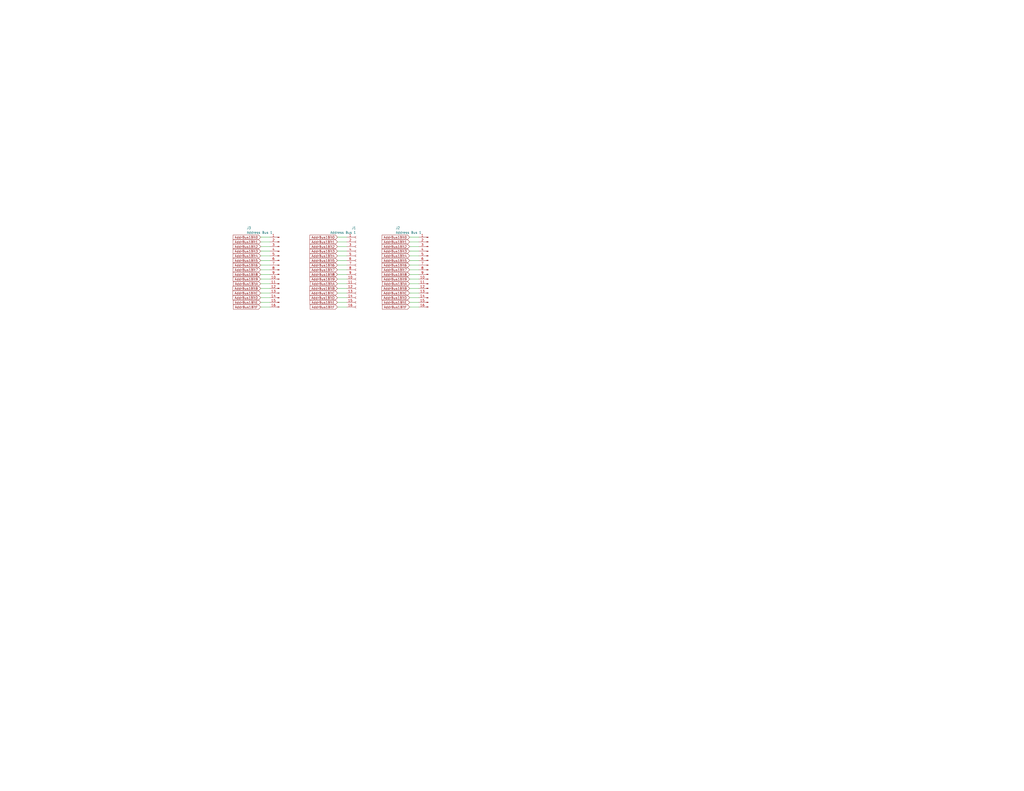
<source format=kicad_sch>
(kicad_sch (version 20230121) (generator eeschema)
  (paper "C")
  (title_block (title "<pcb-module>") (date "2022-10-29") (rev "1.0") (company "16-Bit Computer From Scratch") (comment 1 "Adam Clark (@eryjus)"))
  (lib_symbols
    (symbol "Connector:Conn_01x16_Pin" (pin_names (offset 1.016) hide)
      (property "Reference" "J" (at 0 20.32 0))
      (property "Value" "Conn_01x16_Pin" (at 0 -22.86 0))
      (symbol "Conn_01x16_Pin_1_1"
        (polyline (pts (xy 1.27 -20.32) (xy 0.8636 -20.32)) (stroke (width 0.1524)))
        (polyline (pts (xy 1.27 -17.78) (xy 0.8636 -17.78)) (stroke (width 0.1524)))
        (polyline (pts (xy 1.27 -15.24) (xy 0.8636 -15.24)) (stroke (width 0.1524)))
        (polyline (pts (xy 1.27 -12.7) (xy 0.8636 -12.7)) (stroke (width 0.1524)))
        (polyline (pts (xy 1.27 -10.16) (xy 0.8636 -10.16)) (stroke (width 0.1524)))
        (polyline (pts (xy 1.27 -7.62) (xy 0.8636 -7.62)) (stroke (width 0.1524)))
        (polyline (pts (xy 1.27 -5.08) (xy 0.8636 -5.08)) (stroke (width 0.1524)))
        (polyline (pts (xy 1.27 -2.54) (xy 0.8636 -2.54)) (stroke (width 0.1524)))
        (polyline (pts (xy 1.27 0) (xy 0.8636 0)) (stroke (width 0.1524)))
        (polyline (pts (xy 1.27 2.54) (xy 0.8636 2.54)) (stroke (width 0.1524)))
        (polyline (pts (xy 1.27 5.08) (xy 0.8636 5.08)) (stroke (width 0.1524)))
        (polyline (pts (xy 1.27 7.62) (xy 0.8636 7.62)) (stroke (width 0.1524)))
        (polyline (pts (xy 1.27 10.16) (xy 0.8636 10.16)) (stroke (width 0.1524)))
        (polyline (pts (xy 1.27 12.7) (xy 0.8636 12.7)) (stroke (width 0.1524)))
        (polyline (pts (xy 1.27 15.24) (xy 0.8636 15.24)) (stroke (width 0.1524)))
        (polyline (pts (xy 1.27 17.78) (xy 0.8636 17.78)) (stroke (width 0.1524)))
        (rectangle (start 0.8636 -20.193) (end 0 -20.447) (stroke (width 0.1524)) (fill (type outline)))
        (rectangle (start 0.8636 -17.653) (end 0 -17.907) (stroke (width 0.1524)) (fill (type outline)))
        (rectangle (start 0.8636 -15.113) (end 0 -15.367) (stroke (width 0.1524)) (fill (type outline)))
        (rectangle (start 0.8636 -12.573) (end 0 -12.827) (stroke (width 0.1524)) (fill (type outline)))
        (rectangle (start 0.8636 -10.033) (end 0 -10.287) (stroke (width 0.1524)) (fill (type outline)))
        (rectangle (start 0.8636 -7.493) (end 0 -7.747) (stroke (width 0.1524)) (fill (type outline)))
        (rectangle (start 0.8636 -4.953) (end 0 -5.207) (stroke (width 0.1524)) (fill (type outline)))
        (rectangle (start 0.8636 -2.413) (end 0 -2.667) (stroke (width 0.1524)) (fill (type outline)))
        (rectangle (start 0.8636 0.127) (end 0 -0.127) (stroke (width 0.1524)) (fill (type outline)))
        (rectangle (start 0.8636 2.667) (end 0 2.413) (stroke (width 0.1524)) (fill (type outline)))
        (rectangle (start 0.8636 5.207) (end 0 4.953) (stroke (width 0.1524)) (fill (type outline)))
        (rectangle (start 0.8636 7.747) (end 0 7.493) (stroke (width 0.1524)) (fill (type outline)))
        (rectangle (start 0.8636 10.287) (end 0 10.033) (stroke (width 0.1524)) (fill (type outline)))
        (rectangle (start 0.8636 12.827) (end 0 12.573) (stroke (width 0.1524)) (fill (type outline)))
        (rectangle (start 0.8636 15.367) (end 0 15.113) (stroke (width 0.1524)) (fill (type outline)))
        (rectangle (start 0.8636 17.907) (end 0 17.653) (stroke (width 0.1524)) (fill (type outline)))
        (pin passive line (at 5.08 17.78 180) (length 3.81) (name "Pin_1") (number "1"))
        (pin passive line (at 5.08 -5.08 180) (length 3.81) (name "Pin_10") (number "10"))
        (pin passive line (at 5.08 -7.62 180) (length 3.81) (name "Pin_11") (number "11"))
        (pin passive line (at 5.08 -10.16 180) (length 3.81) (name "Pin_12") (number "12"))
        (pin passive line (at 5.08 -12.7 180) (length 3.81) (name "Pin_13") (number "13"))
        (pin passive line (at 5.08 -15.24 180) (length 3.81) (name "Pin_14") (number "14"))
        (pin passive line (at 5.08 -17.78 180) (length 3.81) (name "Pin_15") (number "15"))
        (pin passive line (at 5.08 -20.32 180) (length 3.81) (name "Pin_16") (number "16"))
        (pin passive line (at 5.08 15.24 180) (length 3.81) (name "Pin_2") (number "2"))
        (pin passive line (at 5.08 12.7 180) (length 3.81) (name "Pin_3") (number "3"))
        (pin passive line (at 5.08 10.16 180) (length 3.81) (name "Pin_4") (number "4"))
        (pin passive line (at 5.08 7.62 180) (length 3.81) (name "Pin_5") (number "5"))
        (pin passive line (at 5.08 5.08 180) (length 3.81) (name "Pin_6") (number "6"))
        (pin passive line (at 5.08 2.54 180) (length 3.81) (name "Pin_7") (number "7"))
        (pin passive line (at 5.08 0 180) (length 3.81) (name "Pin_8") (number "8"))
        (pin passive line (at 5.08 -2.54 180) (length 3.81) (name "Pin_9") (number "9"))
      )
    )
    (symbol "Connector:Conn_01x16_Socket" (pin_names (offset 1.016) hide)
      (property "Reference" "J" (at 0 20.32 0))
      (property "Value" "Conn_01x16_Socket" (at 0 -22.86 0))
      (symbol "Conn_01x16_Socket_1_1"
        (arc (start 0 -19.812) (mid -0.5058 -20.32) (end 0 -20.828) (stroke (width 0.1524)))
        (arc (start 0 -17.272) (mid -0.5058 -17.78) (end 0 -18.288) (stroke (width 0.1524)))
        (arc (start 0 -14.732) (mid -0.5058 -15.24) (end 0 -15.748) (stroke (width 0.1524)))
        (arc (start 0 -12.192) (mid -0.5058 -12.7) (end 0 -13.208) (stroke (width 0.1524)))
        (arc (start 0 -9.652) (mid -0.5058 -10.16) (end 0 -10.668) (stroke (width 0.1524)))
        (arc (start 0 -7.112) (mid -0.5058 -7.62) (end 0 -8.128) (stroke (width 0.1524)))
        (arc (start 0 -4.572) (mid -0.5058 -5.08) (end 0 -5.588) (stroke (width 0.1524)))
        (arc (start 0 -2.032) (mid -0.5058 -2.54) (end 0 -3.048) (stroke (width 0.1524)))
        (polyline (pts (xy -1.27 -20.32) (xy -0.508 -20.32)) (stroke (width 0.1524)))
        (polyline (pts (xy -1.27 -17.78) (xy -0.508 -17.78)) (stroke (width 0.1524)))
        (polyline (pts (xy -1.27 -15.24) (xy -0.508 -15.24)) (stroke (width 0.1524)))
        (polyline (pts (xy -1.27 -12.7) (xy -0.508 -12.7)) (stroke (width 0.1524)))
        (polyline (pts (xy -1.27 -10.16) (xy -0.508 -10.16)) (stroke (width 0.1524)))
        (polyline (pts (xy -1.27 -7.62) (xy -0.508 -7.62)) (stroke (width 0.1524)))
        (polyline (pts (xy -1.27 -5.08) (xy -0.508 -5.08)) (stroke (width 0.1524)))
        (polyline (pts (xy -1.27 -2.54) (xy -0.508 -2.54)) (stroke (width 0.1524)))
        (polyline (pts (xy -1.27 0) (xy -0.508 0)) (stroke (width 0.1524)))
        (polyline (pts (xy -1.27 2.54) (xy -0.508 2.54)) (stroke (width 0.1524)))
        (polyline (pts (xy -1.27 5.08) (xy -0.508 5.08)) (stroke (width 0.1524)))
        (polyline (pts (xy -1.27 7.62) (xy -0.508 7.62)) (stroke (width 0.1524)))
        (polyline (pts (xy -1.27 10.16) (xy -0.508 10.16)) (stroke (width 0.1524)))
        (polyline (pts (xy -1.27 12.7) (xy -0.508 12.7)) (stroke (width 0.1524)))
        (polyline (pts (xy -1.27 15.24) (xy -0.508 15.24)) (stroke (width 0.1524)))
        (polyline (pts (xy -1.27 17.78) (xy -0.508 17.78)) (stroke (width 0.1524)))
        (arc (start 0 0.508) (mid -0.5058 0) (end 0 -0.508) (stroke (width 0.1524)))
        (arc (start 0 3.048) (mid -0.5058 2.54) (end 0 2.032) (stroke (width 0.1524)))
        (arc (start 0 5.588) (mid -0.5058 5.08) (end 0 4.572) (stroke (width 0.1524)))
        (arc (start 0 8.128) (mid -0.5058 7.62) (end 0 7.112) (stroke (width 0.1524)))
        (arc (start 0 10.668) (mid -0.5058 10.16) (end 0 9.652) (stroke (width 0.1524)))
        (arc (start 0 13.208) (mid -0.5058 12.7) (end 0 12.192) (stroke (width 0.1524)))
        (arc (start 0 15.748) (mid -0.5058 15.24) (end 0 14.732) (stroke (width 0.1524)))
        (arc (start 0 18.288) (mid -0.5058 17.78) (end 0 17.272) (stroke (width 0.1524)))
        (pin passive line (at -5.08 17.78 0) (length 3.81) (name "Pin_1") (number "1"))
        (pin passive line (at -5.08 -5.08 0) (length 3.81) (name "Pin_10") (number "10"))
        (pin passive line (at -5.08 -7.62 0) (length 3.81) (name "Pin_11") (number "11"))
        (pin passive line (at -5.08 -10.16 0) (length 3.81) (name "Pin_12") (number "12"))
        (pin passive line (at -5.08 -12.7 0) (length 3.81) (name "Pin_13") (number "13"))
        (pin passive line (at -5.08 -15.24 0) (length 3.81) (name "Pin_14") (number "14"))
        (pin passive line (at -5.08 -17.78 0) (length 3.81) (name "Pin_15") (number "15"))
        (pin passive line (at -5.08 -20.32 0) (length 3.81) (name "Pin_16") (number "16"))
        (pin passive line (at -5.08 15.24 0) (length 3.81) (name "Pin_2") (number "2"))
        (pin passive line (at -5.08 12.7 0) (length 3.81) (name "Pin_3") (number "3"))
        (pin passive line (at -5.08 10.16 0) (length 3.81) (name "Pin_4") (number "4"))
        (pin passive line (at -5.08 7.62 0) (length 3.81) (name "Pin_5") (number "5"))
        (pin passive line (at -5.08 5.08 0) (length 3.81) (name "Pin_6") (number "6"))
        (pin passive line (at -5.08 2.54 0) (length 3.81) (name "Pin_7") (number "7"))
        (pin passive line (at -5.08 0 0) (length 3.81) (name "Pin_8") (number "8"))
        (pin passive line (at -5.08 -2.54 0) (length 3.81) (name "Pin_9") (number "9"))
      )
    )
  )
  (wire (pts (xy 184.15 129.54) (xy 189.23 129.54)))
  (wire (pts (xy 142.24 137.16) (xy 147.32 137.16)))
  (wire (pts (xy 184.15 152.4) (xy 189.23 152.4)))
  (wire (pts (xy 223.52 139.7) (xy 228.6 139.7)))
  (wire (pts (xy 184.15 147.32) (xy 189.23 147.32)))
  (wire (pts (xy 184.15 167.64) (xy 189.23 167.64)))
  (wire (pts (xy 142.24 139.7) (xy 147.32 139.7)))
  (wire (pts (xy 223.52 149.86) (xy 228.6 149.86)))
  (wire (pts (xy 142.24 147.32) (xy 147.32 147.32)))
  (wire (pts (xy 223.52 147.32) (xy 228.6 147.32)))
  (wire (pts (xy 184.15 137.16) (xy 189.23 137.16)))
  (wire (pts (xy 142.24 134.62) (xy 147.32 134.62)))
  (wire (pts (xy 184.15 134.62) (xy 189.23 134.62)))
  (wire (pts (xy 223.52 144.78) (xy 228.6 144.78)))
  (wire (pts (xy 223.52 160.02) (xy 228.6 160.02)))
  (wire (pts (xy 223.52 137.16) (xy 228.6 137.16)))
  (wire (pts (xy 142.24 154.94) (xy 147.32 154.94)))
  (wire (pts (xy 223.52 132.08) (xy 228.6 132.08)))
  (wire (pts (xy 142.24 132.08) (xy 147.32 132.08)))
  (wire (pts (xy 223.52 165.1) (xy 228.6 165.1)))
  (wire (pts (xy 223.52 129.54) (xy 228.6 129.54)))
  (wire (pts (xy 142.24 142.24) (xy 147.32 142.24)))
  (wire (pts (xy 142.24 129.54) (xy 147.32 129.54)))
  (wire (pts (xy 223.52 142.24) (xy 228.6 142.24)))
  (wire (pts (xy 223.52 134.62) (xy 228.6 134.62)))
  (wire (pts (xy 184.15 149.86) (xy 189.23 149.86)))
  (wire (pts (xy 184.15 160.02) (xy 189.23 160.02)))
  (wire (pts (xy 223.52 157.48) (xy 228.6 157.48)))
  (wire (pts (xy 223.52 162.56) (xy 228.6 162.56)))
  (wire (pts (xy 142.24 160.02) (xy 147.32 160.02)))
  (wire (pts (xy 184.15 139.7) (xy 189.23 139.7)))
  (wire (pts (xy 184.15 157.48) (xy 189.23 157.48)))
  (wire (pts (xy 142.24 167.64) (xy 147.32 167.64)))
  (wire (pts (xy 184.15 154.94) (xy 189.23 154.94)))
  (wire (pts (xy 184.15 132.08) (xy 189.23 132.08)))
  (wire (pts (xy 142.24 152.4) (xy 147.32 152.4)))
  (wire (pts (xy 142.24 149.86) (xy 147.32 149.86)))
  (wire (pts (xy 223.52 154.94) (xy 228.6 154.94)))
  (wire (pts (xy 142.24 144.78) (xy 147.32 144.78)))
  (wire (pts (xy 184.15 165.1) (xy 189.23 165.1)))
  (wire (pts (xy 184.15 162.56) (xy 189.23 162.56)))
  (wire (pts (xy 142.24 165.1) (xy 147.32 165.1)))
  (wire (pts (xy 142.24 162.56) (xy 147.32 162.56)))
  (wire (pts (xy 223.52 152.4) (xy 228.6 152.4)))
  (wire (pts (xy 184.15 142.24) (xy 189.23 142.24)))
  (wire (pts (xy 184.15 144.78) (xy 189.23 144.78)))
  (wire (pts (xy 223.52 167.64) (xy 228.6 167.64)))
  (wire (pts (xy 142.24 157.48) (xy 147.32 157.48)))
  (global_label "AddrBus1Bit1" (shape input) (at 184.15 132.08 180) (property "Intersheetrefs" "${INTERSHEET_REFS}" (effects hide)))
  (global_label "AddrBus1BitF" (shape input) (at 142.24 167.64 180) (property "Intersheetrefs" "${INTERSHEET_REFS}" (effects hide)))
  (global_label "AddrBus1BitD" (shape input) (at 184.15 162.56 180) (property "Intersheetrefs" "${INTERSHEET_REFS}" (effects hide)))
  (global_label "AddrBus1Bit2" (shape input) (at 223.52 134.62 180) (property "Intersheetrefs" "${INTERSHEET_REFS}" (effects hide)))
  (global_label "AddrBus1Bit7" (shape input) (at 142.24 147.32 180) (property "Intersheetrefs" "${INTERSHEET_REFS}" (effects hide)))
  (global_label "AddrBus1BitF" (shape input) (at 184.15 167.64 180) (property "Intersheetrefs" "${INTERSHEET_REFS}" (effects hide)))
  (global_label "AddrBus1Bit0" (shape input) (at 223.52 129.54 180) (property "Intersheetrefs" "${INTERSHEET_REFS}" (effects hide)))
  (global_label "AddrBus1Bit1" (shape input) (at 142.24 132.08 180) (property "Intersheetrefs" "${INTERSHEET_REFS}" (effects hide)))
  (global_label "AddrBus1BitC" (shape input) (at 184.15 160.02 180) (property "Intersheetrefs" "${INTERSHEET_REFS}" (effects hide)))
  (global_label "AddrBus1BitE" (shape input) (at 142.24 165.1 180) (property "Intersheetrefs" "${INTERSHEET_REFS}" (effects hide)))
  (global_label "AddrBus1Bit5" (shape input) (at 223.52 142.24 180) (property "Intersheetrefs" "${INTERSHEET_REFS}" (effects hide)))
  (global_label "AddrBus1Bit6" (shape input) (at 223.52 144.78 180) (property "Intersheetrefs" "${INTERSHEET_REFS}" (effects hide)))
  (global_label "AddrBus1Bit9" (shape input) (at 142.24 152.4 180) (property "Intersheetrefs" "${INTERSHEET_REFS}" (effects hide)))
  (global_label "AddrBus1Bit4" (shape input) (at 142.24 139.7 180) (property "Intersheetrefs" "${INTERSHEET_REFS}" (effects hide)))
  (global_label "AddrBus1Bit8" (shape input) (at 184.15 149.86 180) (property "Intersheetrefs" "${INTERSHEET_REFS}" (effects hide)))
  (global_label "AddrBus1Bit9" (shape input) (at 184.15 152.4 180) (property "Intersheetrefs" "${INTERSHEET_REFS}" (effects hide)))
  (global_label "AddrBus1BitB" (shape input) (at 184.15 157.48 180) (property "Intersheetrefs" "${INTERSHEET_REFS}" (effects hide)))
  (global_label "AddrBus1BitB" (shape input) (at 223.52 157.48 180) (property "Intersheetrefs" "${INTERSHEET_REFS}" (effects hide)))
  (global_label "AddrBus1BitC" (shape input) (at 223.52 160.02 180) (property "Intersheetrefs" "${INTERSHEET_REFS}" (effects hide)))
  (global_label "AddrBus1Bit3" (shape input) (at 223.52 137.16 180) (property "Intersheetrefs" "${INTERSHEET_REFS}" (effects hide)))
  (global_label "AddrBus1Bit1" (shape input) (at 223.52 132.08 180) (property "Intersheetrefs" "${INTERSHEET_REFS}" (effects hide)))
  (global_label "AddrBus1Bit6" (shape input) (at 142.24 144.78 180) (property "Intersheetrefs" "${INTERSHEET_REFS}" (effects hide)))
  (global_label "AddrBus1BitB" (shape input) (at 142.24 157.48 180) (property "Intersheetrefs" "${INTERSHEET_REFS}" (effects hide)))
  (global_label "AddrBus1BitD" (shape input) (at 142.24 162.56 180) (property "Intersheetrefs" "${INTERSHEET_REFS}" (effects hide)))
  (global_label "AddrBus1Bit3" (shape input) (at 142.24 137.16 180) (property "Intersheetrefs" "${INTERSHEET_REFS}" (effects hide)))
  (global_label "AddrBus1BitF" (shape input) (at 223.52 167.64 180) (property "Intersheetrefs" "${INTERSHEET_REFS}" (effects hide)))
  (global_label "AddrBus1BitA" (shape input) (at 223.52 154.94 180) (property "Intersheetrefs" "${INTERSHEET_REFS}" (effects hide)))
  (global_label "AddrBus1Bit3" (shape input) (at 184.15 137.16 180) (property "Intersheetrefs" "${INTERSHEET_REFS}" (effects hide)))
  (global_label "AddrBus1Bit4" (shape input) (at 184.15 139.7 180) (property "Intersheetrefs" "${INTERSHEET_REFS}" (effects hide)))
  (global_label "AddrBus1Bit4" (shape input) (at 223.52 139.7 180) (property "Intersheetrefs" "${INTERSHEET_REFS}" (effects hide)))
  (global_label "AddrBus1Bit7" (shape input) (at 223.52 147.32 180) (property "Intersheetrefs" "${INTERSHEET_REFS}" (effects hide)))
  (global_label "AddrBus1Bit5" (shape input) (at 184.15 142.24 180) (property "Intersheetrefs" "${INTERSHEET_REFS}" (effects hide)))
  (global_label "AddrBus1Bit8" (shape input) (at 223.52 149.86 180) (property "Intersheetrefs" "${INTERSHEET_REFS}" (effects hide)))
  (global_label "AddrBus1Bit5" (shape input) (at 142.24 142.24 180) (property "Intersheetrefs" "${INTERSHEET_REFS}" (effects hide)))
  (global_label "AddrBus1Bit6" (shape input) (at 184.15 144.78 180) (property "Intersheetrefs" "${INTERSHEET_REFS}" (effects hide)))
  (global_label "AddrBus1Bit9" (shape input) (at 223.52 152.4 180) (property "Intersheetrefs" "${INTERSHEET_REFS}" (effects hide)))
  (global_label "AddrBus1Bit2" (shape input) (at 142.24 134.62 180) (property "Intersheetrefs" "${INTERSHEET_REFS}" (effects hide)))
  (global_label "AddrBus1BitC" (shape input) (at 142.24 160.02 180) (property "Intersheetrefs" "${INTERSHEET_REFS}" (effects hide)))
  (global_label "AddrBus1BitA" (shape input) (at 142.24 154.94 180) (property "Intersheetrefs" "${INTERSHEET_REFS}" (effects hide)))
  (global_label "AddrBus1BitE" (shape input) (at 223.52 165.1 180) (property "Intersheetrefs" "${INTERSHEET_REFS}" (effects hide)))
  (global_label "AddrBus1BitE" (shape input) (at 184.15 165.1 180) (property "Intersheetrefs" "${INTERSHEET_REFS}" (effects hide)))
  (global_label "AddrBus1Bit7" (shape input) (at 184.15 147.32 180) (property "Intersheetrefs" "${INTERSHEET_REFS}" (effects hide)))
  (global_label "AddrBus1Bit2" (shape input) (at 184.15 134.62 180) (property "Intersheetrefs" "${INTERSHEET_REFS}" (effects hide)))
  (global_label "AddrBus1BitD" (shape input) (at 223.52 162.56 180) (property "Intersheetrefs" "${INTERSHEET_REFS}" (effects hide)))
  (global_label "AddrBus1BitA" (shape input) (at 184.15 154.94 180) (property "Intersheetrefs" "${INTERSHEET_REFS}" (effects hide)))
  (global_label "AddrBus1Bit0" (shape input) (at 142.24 129.54 180) (property "Intersheetrefs" "${INTERSHEET_REFS}" (effects hide)))
  (global_label "AddrBus1Bit8" (shape input) (at 142.24 149.86 180) (property "Intersheetrefs" "${INTERSHEET_REFS}" (effects hide)))
  (global_label "AddrBus1Bit0" (shape input) (at 184.15 129.54 180) (property "Intersheetrefs" "${INTERSHEET_REFS}" (effects hide)))
  (symbol (lib_id "Connector:Conn_01x16_Pin") (at 233.68 147.32 0) (mirror y) (unit 1)
    (property "Reference" "J2" (at 215.9 124.46 0) (effects (justify right)))
    (property "Value" "Address Bus 1" (at 215.9 127 0) (effects (justify right)))
    (property "Footprint" "Connector_PinHeader_2.54mm:PinHeader_1x16_P2.54mm_Vertical" (effects hide))
  )
  (symbol (lib_id "Connector:Conn_01x16_Pin") (at 152.4 147.32 0) (mirror y) (unit 1)
    (property "Reference" "J3" (at 134.62 124.46 0) (effects (justify right)))
    (property "Value" "Address Bus 1" (at 134.62 127 0) (effects (justify right)))
    (property "Footprint" "Connector_PinHeader_2.54mm:PinHeader_1x16_P2.54mm_Vertical" (effects hide))
  )
  (symbol (lib_id "Connector:Conn_01x16_Socket") (at 194.31 147.32 0) (unit 1)
    (property "Reference" "J1" (at 194.31 124.46 0) (effects (justify right)))
    (property "Value" "Address Bus 1" (at 194.31 127 0) (effects (justify right)))
    (property "Footprint" "Connector_PinSocket_2.54mm:PinSocket_1x16_P2.54mm_Vertical" (effects hide))
  )
)
</source>
